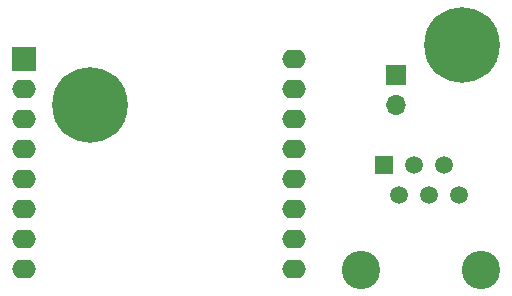
<source format=gbr>
%TF.GenerationSoftware,KiCad,Pcbnew,(5.1.9)-1*%
%TF.CreationDate,2021-10-26T11:54:14+02:00*%
%TF.ProjectId,DSMR-esp,44534d52-2d65-4737-902e-6b696361645f,rev?*%
%TF.SameCoordinates,Original*%
%TF.FileFunction,Soldermask,Bot*%
%TF.FilePolarity,Negative*%
%FSLAX46Y46*%
G04 Gerber Fmt 4.6, Leading zero omitted, Abs format (unit mm)*
G04 Created by KiCad (PCBNEW (5.1.9)-1) date 2021-10-26 11:54:14*
%MOMM*%
%LPD*%
G01*
G04 APERTURE LIST*
%ADD10O,1.700000X1.700000*%
%ADD11R,1.700000X1.700000*%
%ADD12C,0.800000*%
%ADD13C,6.400000*%
%ADD14O,2.000000X1.600000*%
%ADD15R,2.000000X2.000000*%
%ADD16R,1.520000X1.520000*%
%ADD17C,3.250000*%
%ADD18C,1.520000*%
G04 APERTURE END LIST*
D10*
%TO.C,JP2*%
X61976000Y-37592000D03*
D11*
X61976000Y-35052000D03*
%TD*%
D12*
%TO.C,H2*%
X69261056Y-30814944D03*
X67564000Y-30112000D03*
X65866944Y-30814944D03*
X65164000Y-32512000D03*
X65866944Y-34209056D03*
X67564000Y-34912000D03*
X69261056Y-34209056D03*
X69964000Y-32512000D03*
D13*
X67564000Y-32512000D03*
%TD*%
D12*
%TO.C,H1*%
X37765056Y-35894944D03*
X36068000Y-35192000D03*
X34370944Y-35894944D03*
X33668000Y-37592000D03*
X34370944Y-39289056D03*
X36068000Y-39992000D03*
X37765056Y-39289056D03*
X38468000Y-37592000D03*
D13*
X36068000Y-37592000D03*
%TD*%
D14*
%TO.C,U1*%
X53361000Y-33702000D03*
X53361000Y-36242000D03*
X53361000Y-38782000D03*
X53361000Y-41322000D03*
X53361000Y-43862000D03*
X53361000Y-46402000D03*
X53361000Y-48942000D03*
X53361000Y-51482000D03*
X30501000Y-51482000D03*
X30501000Y-48942000D03*
X30501000Y-46402000D03*
X30501000Y-43862000D03*
X30501000Y-41322000D03*
X30501000Y-38782000D03*
D15*
X30501000Y-33702000D03*
D14*
X30501000Y-36242000D03*
%TD*%
D16*
%TO.C,J1*%
X60960000Y-42672000D03*
D17*
X59050000Y-51562000D03*
D18*
X62230000Y-45212000D03*
X63500000Y-42672000D03*
X64770000Y-45212000D03*
X66040000Y-42672000D03*
X67310000Y-45212000D03*
D17*
X69210000Y-51562000D03*
%TD*%
M02*

</source>
